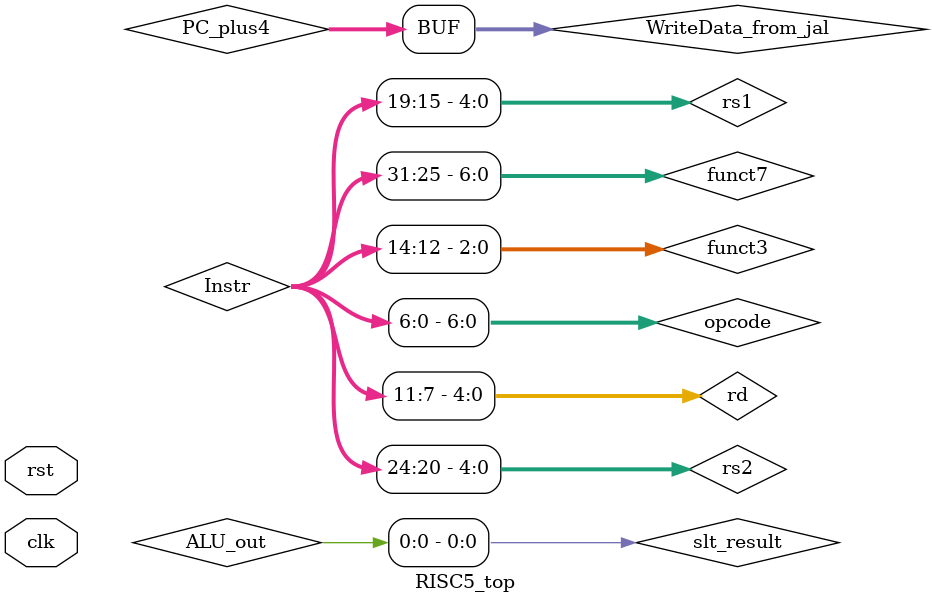
<source format=v>
`include "programCounter.v"
`include "instructionMemory.v"
`include "controlUnit.v"
`include "registerFile.v"
`include "alu.v"
`include "aluControl.v"
`include "signExtend.v"
`include "dataMemory.v"
`include "mux.v"
`include "pcAdder.v"

`timescale 1ns/1ps

module RISC5_top(input clk, input rst);

  wire [31:0] PC, PC_plus4, PC_branch, PC_jalr_target, PC_jal_target, PC_next;
  wire [31:0] Instr;

  wire [6:0] opcode = Instr[6:0];
  wire [2:0] funct3 = Instr[14:12];
  wire [6:0] funct7 = Instr[31:25];
  wire [4:0] rs1 = Instr[19:15], rs2 = Instr[24:20], rd = Instr[11:7];

  wire Branch, MemRead, MemtoReg, MemWrite, ALUSrc, RegWrite;
  wire Jal, Jalr;
  wire [1:0] ALUOp;
  wire [3:0] ALUControl;
  wire Zero;

  wire [31:0] RD1, RD2, Imm;
  wire [31:0] ALU_in2, ALU_out, ReadData, WriteData;


  pcAdder PCA(PC, PC_plus4);

  assign PC_branch = PC + Imm;

  assign PC_jal_target = PC + Imm;
  assign PC_jalr_target = (RD1 + Imm) & 32'hfffffffe;

  
  wire slt_result = ALU_out[0]; 

  wire takeBranch = (Branch && (
                      (funct3 == 3'b000 &&  Zero) ||     
                      (funct3 == 3'b001 && !Zero) ||     
                      (funct3 == 3'b100 &&  slt_result) || 
                      (funct3 == 3'b101 && !slt_result)  
                    ));

  
  assign PC_next = Jalr ? PC_jalr_target :
                   Jal  ? PC_jal_target  :
                   takeBranch ? PC_branch :
                   PC_plus4;

  programCounter PC_reg(clk, rst, PC_next, PC);
  instructionMemory IM(PC, Instr);
  controlUnit CU(opcode, Branch, MemRead, MemtoReg, ALUOp, MemWrite, ALUSrc, RegWrite, Jal, Jalr);
  registerFile RF(clk, RegWrite, rs1, rs2, rd, WriteData, RD1, RD2);
  signExtend SE(Instr, opcode, Imm);
  mux2to1 MUX_ALU(RD2, Imm, ALUSrc, ALU_in2);
  aluControl ALUCTRL(ALUOp, funct3, funct7, ALUControl);
  alu ALU(RD1, ALU_in2, ALUControl, ALU_out, Zero);
  dataMemory DM(clk, MemWrite, MemRead, ALU_out, RD2, ReadData);

  wire [31:0] WriteData_from_jal = PC_plus4;
  wire [31:0] WriteData_from_mem;
  wire write_jal = Jal | Jalr;
  
  mux2to1 MUX_MEM(ALU_out, ReadData, MemtoReg, WriteData_from_mem);
  mux2to1 MUX_JAL(WriteData_from_mem, WriteData_from_jal, write_jal, WriteData);

endmodule
</source>
